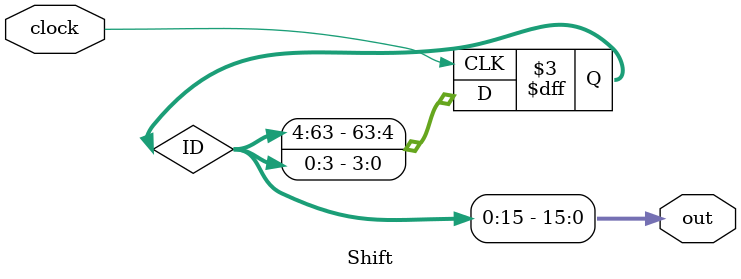
<source format=v>
module Shift(clock,out);
input clock;
output [15:0] out;
reg [0:63] ID = 64'h517370910072FFFF;
always@(posedge clock)
begin
ID[0:59]<= ID[4:63];
ID[60:63]<= ID[0:3];
end 
assign out = ID[0:15] ;
endmodule


</source>
